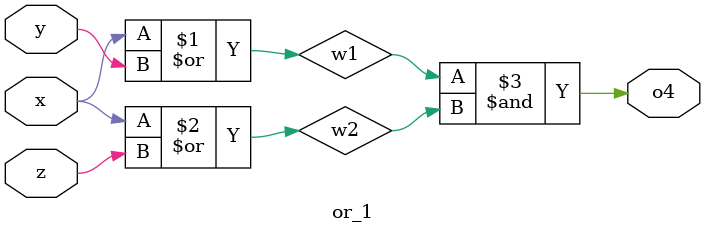
<source format=v>
module or_1(x,y,z,o4);
input x,y,z;
output o4;

wire w1, w2;
assign w1 = x | y;
assign w2 = x | z;
assign o4 = w1 & w2;

endmodule


</source>
